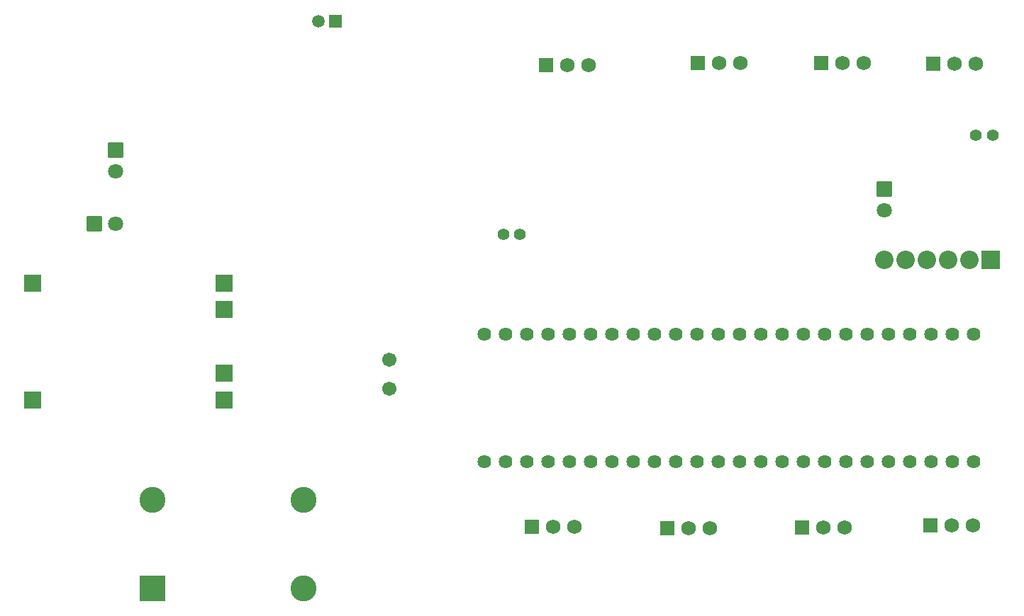
<source format=gbs>
G04 Layer: BottomSolderMaskLayer*
G04 EasyEDA v6.5.48, 2025-01-21 18:12:01*
G04 3cc8b20af66c43ca95afa0c2ca323a4b,765c05e22f3a42938d5e8e897a1d4f6f,10*
G04 Gerber Generator version 0.2*
G04 Scale: 100 percent, Rotated: No, Reflected: No *
G04 Dimensions in millimeters *
G04 leading zeros omitted , absolute positions ,4 integer and 5 decimal *
%FSLAX45Y45*%
%MOMM*%

%AMMACRO1*4,1,8,-0.8466,-0.8763,-0.8763,-0.8465,-0.8763,0.8466,-0.8466,0.8763,0.8465,0.8763,0.8763,0.8466,0.8763,-0.8465,0.8465,-0.8763,-0.8466,-0.8763,0*%
%AMMACRO2*4,1,8,-1.0428,-1.1024,-1.1024,-1.0428,-1.1024,1.0428,-1.0428,1.1024,1.0428,1.1024,1.1024,1.0428,1.1024,-1.0428,1.0428,-1.1024,-1.0428,-1.1024,0*%
%AMMACRO3*4,1,8,-0.8711,-0.9008,-0.9008,-0.871,-0.9008,0.8711,-0.8711,0.9008,0.871,0.9008,0.9008,0.8711,0.9008,-0.871,0.871,-0.9008,-0.8711,-0.9008,0*%
%AMMACRO4*4,1,8,-1.5211,-1.5508,-1.5508,-1.521,-1.5508,1.5211,-1.5211,1.5508,1.521,1.5508,1.5508,1.5211,1.5508,-1.521,1.521,-1.5508,-1.5211,-1.5508,0*%
%AMMACRO5*4,1,8,-0.9421,-1.0516,-1.0016,-0.9921,-1.0016,0.9921,-0.9421,1.0516,0.9421,1.0516,1.0016,0.9921,1.0016,-0.9921,0.9421,-1.0516,-0.9421,-1.0516,0*%
%AMMACRO6*4,1,8,-0.7711,-0.7508,-0.8008,-0.721,-0.8008,0.7211,-0.7711,0.7508,0.771,0.7508,0.8008,0.7211,0.8008,-0.721,0.771,-0.7508,-0.7711,-0.7508,0*%
%ADD10MACRO1*%
%ADD11C,1.7526*%
%ADD12MACRO2*%
%ADD13C,2.2032*%
%ADD14C,1.8016*%
%ADD15MACRO3*%
%ADD16C,1.6256*%
%ADD17MACRO4*%
%ADD18C,3.1016*%
%ADD19MACRO5*%
%ADD20MACRO6*%
%ADD21C,1.5016*%
%ADD22C,1.7016*%
%ADD23C,1.4016*%

%LPD*%
D10*
G01*
X6106988Y-6682986D03*
D11*
G01*
X6360998Y-6682994D03*
G01*
X6614998Y-6682994D03*
D10*
G01*
X7730985Y-6697987D03*
D11*
G01*
X7984997Y-6697979D03*
G01*
X8238997Y-6697979D03*
D10*
G01*
X9334980Y-6690987D03*
D11*
G01*
X9588982Y-6690995D03*
G01*
X9842982Y-6690995D03*
D10*
G01*
X10865977Y-6658985D03*
D11*
G01*
X11119967Y-6658990D03*
G01*
X11373967Y-6658990D03*
D10*
G01*
X10902977Y-1139997D03*
D11*
G01*
X11156975Y-1140002D03*
G01*
X11410975Y-1140002D03*
D10*
G01*
X9562980Y-1133998D03*
D11*
G01*
X9816972Y-1134008D03*
G01*
X10070972Y-1134008D03*
D10*
G01*
X8092983Y-1137998D03*
D11*
G01*
X8346973Y-1137996D03*
G01*
X8600973Y-1137996D03*
D10*
G01*
X6279987Y-1161996D03*
D11*
G01*
X6533997Y-1161999D03*
G01*
X6787997Y-1161999D03*
D12*
G01*
X11587977Y-3487994D03*
D13*
G01*
X11333962Y-3488004D03*
G01*
X11079962Y-3488004D03*
G01*
X10825962Y-3488004D03*
G01*
X10571962Y-3488004D03*
G01*
X10317962Y-3488004D03*
D14*
G01*
X10320985Y-2892018D03*
D15*
G01*
X10320981Y-2637997D03*
D14*
G01*
X1143000Y-2431008D03*
D15*
G01*
X1142998Y-2176997D03*
D16*
G01*
X11383289Y-5902020D03*
G01*
X10875289Y-5902020D03*
G01*
X10621289Y-5902020D03*
G01*
X11129289Y-5902020D03*
G01*
X10367289Y-5902020D03*
G01*
X11129289Y-4378020D03*
G01*
X11383289Y-4378020D03*
G01*
X10113289Y-5902020D03*
G01*
X10113289Y-4378020D03*
G01*
X10367289Y-4378020D03*
G01*
X10621289Y-4378020D03*
G01*
X10875289Y-4378020D03*
G01*
X9859289Y-5902020D03*
G01*
X9351289Y-5902020D03*
G01*
X9097289Y-5902020D03*
G01*
X8843289Y-5902020D03*
G01*
X8589289Y-5902020D03*
G01*
X8335289Y-5902020D03*
G01*
X8081289Y-5902020D03*
G01*
X7827289Y-5902020D03*
G01*
X7573289Y-5902020D03*
G01*
X7319289Y-5902020D03*
G01*
X7065289Y-5902020D03*
G01*
X6811289Y-5902020D03*
G01*
X6557289Y-5902020D03*
G01*
X6303289Y-5902020D03*
G01*
X6049289Y-5902020D03*
G01*
X5795289Y-5902020D03*
G01*
X5541289Y-5902020D03*
G01*
X5541289Y-4378020D03*
G01*
X5795289Y-4378020D03*
G01*
X6049289Y-4378020D03*
G01*
X6303289Y-4378020D03*
G01*
X6557289Y-4378020D03*
G01*
X6811289Y-4378020D03*
G01*
X7065289Y-4378020D03*
G01*
X7319289Y-4378020D03*
G01*
X7573289Y-4378020D03*
G01*
X7827289Y-4378020D03*
G01*
X8081289Y-4378020D03*
G01*
X8335289Y-4378020D03*
G01*
X8589289Y-4378020D03*
G01*
X8843289Y-4378020D03*
G01*
X9097289Y-4378020D03*
G01*
X9351289Y-4378020D03*
G01*
X9859289Y-4378020D03*
G01*
X9605289Y-4378020D03*
G01*
X9605289Y-5902020D03*
D17*
G01*
X1582295Y-7416035D03*
D18*
G01*
X1582318Y-6361937D03*
G01*
X3385718Y-7416037D03*
G01*
X3385718Y-6361937D03*
D19*
G01*
X152115Y-3764859D03*
G01*
X152115Y-5164907D03*
G01*
X2438115Y-3764859D03*
G01*
X2438115Y-5161859D03*
G01*
X2438115Y-4082359D03*
G01*
X2438115Y-4844359D03*
D20*
G01*
X3762993Y-631997D03*
D21*
G01*
X3562984Y-632002D03*
D14*
G01*
X1139012Y-3053003D03*
D15*
G01*
X885000Y-3052992D03*
D22*
G01*
X4409998Y-5029987D03*
G01*
X4409998Y-4679975D03*
D23*
G01*
X5969990Y-3187014D03*
G01*
X5769990Y-3187014D03*
G01*
X11612981Y-1994001D03*
G01*
X11412981Y-1994001D03*
M02*

</source>
